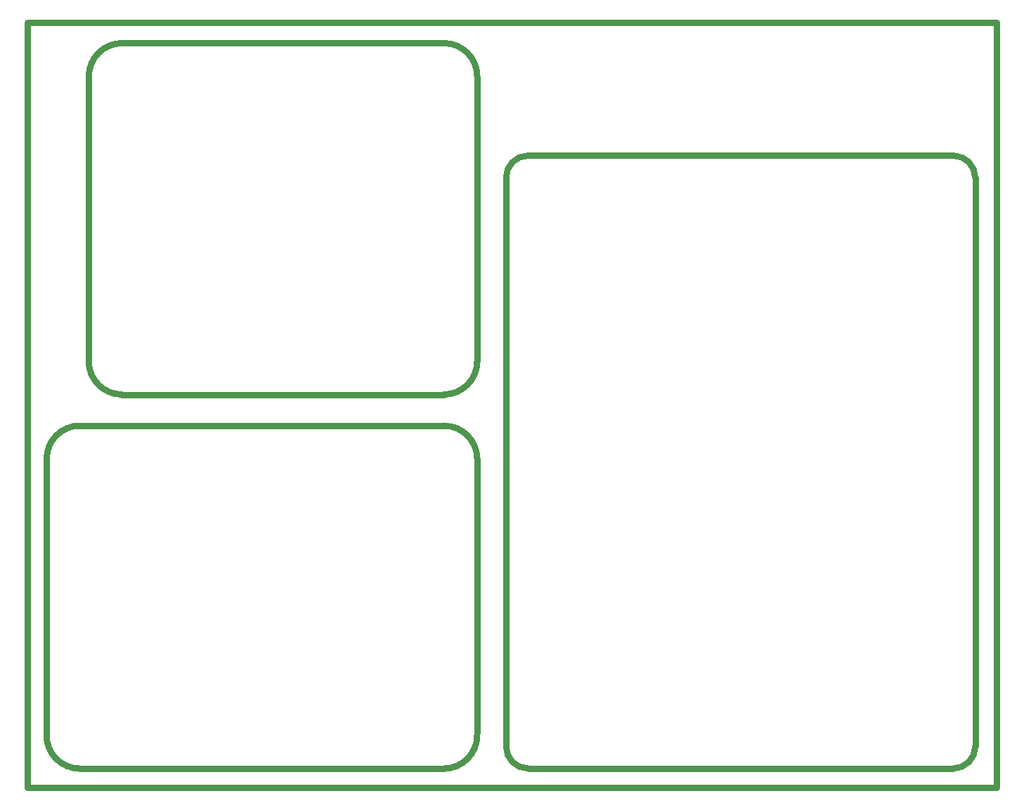
<source format=gko>
G04*
G04 #@! TF.GenerationSoftware,Altium Limited,Altium Designer,22.11.1 (43)*
G04*
G04 Layer_Color=16711935*
%FSLAX44Y44*%
%MOMM*%
G71*
G04*
G04 #@! TF.SameCoordinates,63F1A2F7-16B8-44B3-AA34-CB54DD539490*
G04*
G04*
G04 #@! TF.FilePolarity,Positive*
G04*
G01*
G75*
%ADD74C,0.7620*%
D74*
X0Y0D02*
Y922274D01*
X1167384D02*
X1167384Y0D01*
X0Y922274D02*
X1167384D01*
X0Y0D02*
X1167384D01*
X501650Y473710D02*
G03*
X541650Y513710I0J40000D01*
G01*
X113792Y897118D02*
G03*
X73792Y857118I0J-40000D01*
G01*
X541650D02*
G03*
X501650Y897118I-40000J0D01*
G01*
X73660Y513710D02*
G03*
X113660Y473710I40000J0D01*
G01*
X541650Y513710D02*
Y857118D01*
X73660Y513710D02*
X73792Y513842D01*
Y857118D01*
X113660Y473710D02*
X501650D01*
X113660Y897118D02*
X501650D01*
X22860Y62860D02*
G03*
X62860Y22860I40000J0D01*
G01*
X541650Y396108D02*
G03*
X501650Y436108I-40000J0D01*
G01*
X62992D02*
G03*
X22992Y396108I0J-40000D01*
G01*
X501650Y22860D02*
G03*
X541650Y62860I0J40000D01*
G01*
X62992Y436108D02*
X501650D01*
X62860Y22860D02*
X501650D01*
X22992Y62860D02*
X22992Y396108D01*
X541650Y66040D02*
X541650Y396108D01*
X576380Y49784D02*
G03*
X603268Y22860I26906J-18D01*
G01*
X1141730Y734822D02*
G03*
X1114824Y761728I-26906J0D01*
G01*
X603286D02*
G03*
X576380Y734822I0J-26906D01*
G01*
X1114824Y22860D02*
G03*
X1141730Y49766I0J26906D01*
G01*
X576380Y49784D02*
Y734822D01*
X1114824Y22860D02*
X603268D01*
X603268Y22860D01*
X1141730Y49766D02*
Y734822D01*
X1114824Y761728D02*
X603286D01*
M02*

</source>
